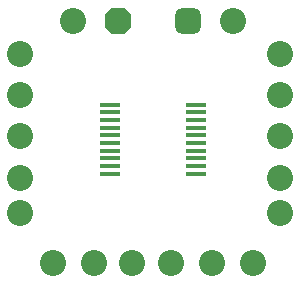
<source format=gts>
G04*
G04 #@! TF.GenerationSoftware,Altium Limited,Altium Designer,23.8.1 (32)*
G04*
G04 Layer_Color=8388736*
%FSLAX44Y44*%
%MOMM*%
G71*
G04*
G04 #@! TF.SameCoordinates,1C6102A1-C030-4D01-BDD8-3087C58EC81D*
G04*
G04*
G04 #@! TF.FilePolarity,Negative*
G04*
G01*
G75*
%ADD13R,1.6510X0.4318*%
%ADD14C,2.2032*%
G04:AMPARAMS|DCode=15|XSize=2.2032mm|YSize=2.2032mm|CornerRadius=0.6016mm|HoleSize=0mm|Usage=FLASHONLY|Rotation=270.000|XOffset=0mm|YOffset=0mm|HoleType=Round|Shape=RoundedRectangle|*
%AMROUNDEDRECTD15*
21,1,2.2032,1.0000,0,0,270.0*
21,1,1.0000,2.2032,0,0,270.0*
1,1,1.2032,-0.5000,-0.5000*
1,1,1.2032,-0.5000,0.5000*
1,1,1.2032,0.5000,0.5000*
1,1,1.2032,0.5000,-0.5000*
%
%ADD15ROUNDEDRECTD15*%
G04:AMPARAMS|DCode=16|XSize=2.2032mm|YSize=2.2032mm|CornerRadius=0mm|HoleSize=0mm|Usage=FLASHONLY|Rotation=270.000|XOffset=0mm|YOffset=0mm|HoleType=Round|Shape=Octagon|*
%AMOCTAGOND16*
4,1,8,-0.5508,-1.1016,0.5508,-1.1016,1.1016,-0.5508,1.1016,0.5508,0.5508,1.1016,-0.5508,1.1016,-1.1016,0.5508,-1.1016,-0.5508,-0.5508,-1.1016,0.0*
%
%ADD16OCTAGOND16*%

D13*
X891322Y901750D02*
D03*
Y895250D02*
D03*
Y888750D02*
D03*
Y882250D02*
D03*
Y875750D02*
D03*
Y869250D02*
D03*
Y862750D02*
D03*
Y856250D02*
D03*
Y849750D02*
D03*
Y843250D02*
D03*
X818678D02*
D03*
Y849750D02*
D03*
Y856250D02*
D03*
Y862750D02*
D03*
Y869250D02*
D03*
Y875750D02*
D03*
Y882250D02*
D03*
Y888750D02*
D03*
Y895250D02*
D03*
Y901750D02*
D03*
D14*
X742500Y875000D02*
D03*
Y810000D02*
D03*
Y840000D02*
D03*
Y910000D02*
D03*
Y945000D02*
D03*
X770000Y767500D02*
D03*
X805000D02*
D03*
X905000D02*
D03*
X870000D02*
D03*
X940000D02*
D03*
X962500Y810000D02*
D03*
Y840000D02*
D03*
Y910000D02*
D03*
Y875000D02*
D03*
Y945000D02*
D03*
X787500Y972500D02*
D03*
X922500D02*
D03*
X837500Y767500D02*
D03*
D15*
X885000Y972500D02*
D03*
D16*
X825000D02*
D03*
M02*

</source>
